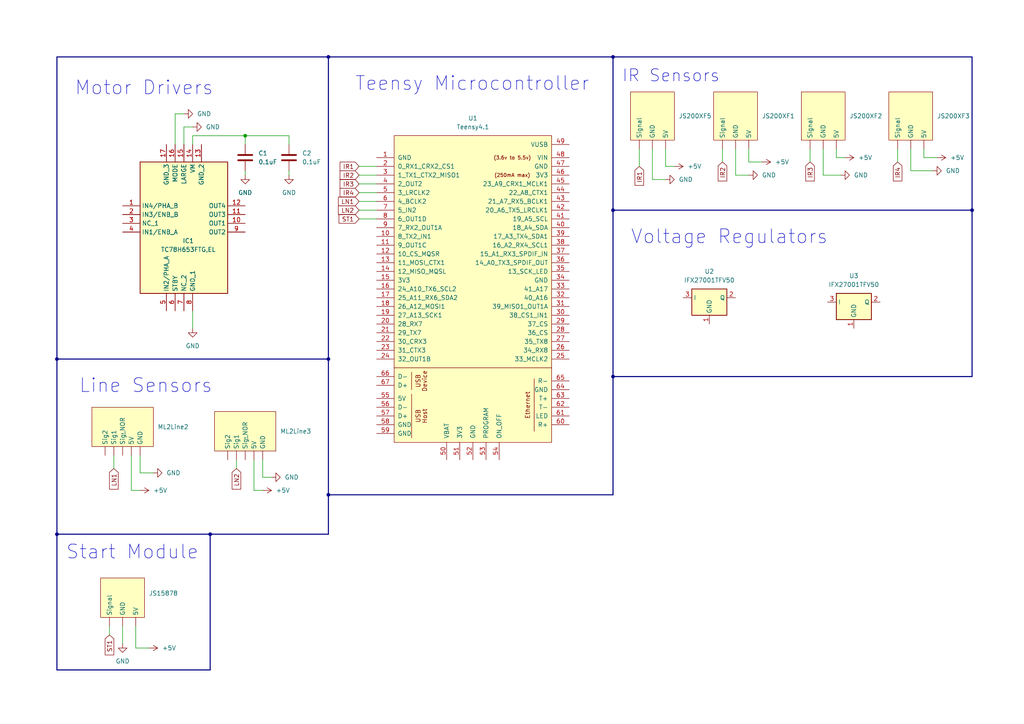
<source format=kicad_sch>
(kicad_sch (version 20230121) (generator eeschema)
  (paper "A4")
  (lib_symbols
    (symbol "Device:C" (pin_numbers hide) (pin_names (offset 0.254))
      (property "Reference" "C" (at 0.635 2.54 0))
      (property "Value" "C" (at 0.635 -2.54 0))
      (symbol "C_0_1"
        (polyline (pts (xy -2.032 -0.762) (xy 2.032 -0.762)) (stroke (width 0.508)))
        (polyline (pts (xy -2.032 0.762) (xy 2.032 0.762)) (stroke (width 0.508)))
      )
      (symbol "C_1_1"
        (pin passive line (at 0 3.81 270) (length 2.794) (name "~") (number "1"))
        (pin passive line (at 0 -3.81 90) (length 2.794) (name "~") (number "2"))
      )
    )
    (symbol "JS200XF_1"
      (property "Reference" "JS200XF3" (at 7.62 -0.635 0))
      (symbol "JS200XF_1_1_1"
        (rectangle (start -6.35 6.35) (end 6.35 -7.62) (fill (type background)))
        (pin input line (at 3.81 -10.16 90) (length 2.54) (name "5V") (number ""))
        (pin input line (at 0 -10.16 90) (length 2.54) (name "GND") (number ""))
        (pin input line (at -3.81 -10.16 90) (length 2.54) (name "Signal") (number ""))
      )
    )
    (symbol "JS200XF_2"
      (property "Reference" "JS200XF5" (at 7.62 -0.635 0))
      (symbol "JS200XF_2_1_1"
        (rectangle (start -6.35 6.35) (end 6.35 -7.62) (fill (type background)))
        (pin input line (at 3.81 -10.16 90) (length 2.54) (name "5V") (number ""))
        (pin input line (at 0 -10.16 90) (length 2.54) (name "GND") (number ""))
        (pin input line (at -3.81 -10.16 90) (length 2.54) (name "Signal") (number ""))
      )
    )
    (symbol "JS200XF_3"
      (property "Reference" "JS200XF1" (at 7.62 -0.635 0))
      (symbol "JS200XF_3_1_1"
        (rectangle (start -6.35 6.35) (end 6.35 -7.62) (fill (type background)))
        (pin input line (at 3.81 -10.16 90) (length 2.54) (name "5V") (number ""))
        (pin input line (at 0 -10.16 90) (length 2.54) (name "GND") (number ""))
        (pin input line (at -3.81 -10.16 90) (length 2.54) (name "Signal") (number ""))
      )
    )
    (symbol "JS200XF_4"
      (property "Reference" "JS200XF2" (at 7.62 -0.635 0))
      (symbol "JS200XF_4_1_1"
        (rectangle (start -6.35 6.35) (end 6.35 -7.62) (fill (type background)))
        (pin input line (at 3.81 -10.16 90) (length 2.54) (name "5V") (number ""))
        (pin input line (at 0 -10.16 90) (length 2.54) (name "GND") (number ""))
        (pin input line (at -3.81 -10.16 90) (length 2.54) (name "Signal") (number ""))
      )
    )
    (symbol "ML2_Line_1"
      (property "Reference" "ML2Line3" (at 10.16 1.905 0))
      (property "Value" "~" (at 0 0 0))
      (symbol "ML2_Line_1_1_1"
        (rectangle (start -8.89 7.62) (end 8.89 -3.81) (fill (type background)))
        (pin input line (at 2.54 -6.35 90) (length 2.54) (name "5V") (number ""))
        (pin input line (at 5.08 -6.35 90) (length 2.54) (name "GND") (number ""))
        (pin input line (at -2.54 -6.35 90) (length 2.54) (name "Sig1") (number ""))
        (pin input line (at -5.08 -6.35 90) (length 2.54) (name "Sig2") (number ""))
        (pin input line (at 0 -6.35 90) (length 2.54) (name "Sig_NOR") (number ""))
      )
    )
    (symbol "Regulator_Linear:IFX27001TFV50"
      (property "Reference" "U" (at 0 6.35 0))
      (property "Value" "IFX27001TFV50" (at 0 3.81 0))
      (symbol "IFX27001TFV50_1_1"
        (rectangle (start -5.08 2.54) (end 5.08 -5.08) (stroke (width 0.254)) (fill (type background)))
        (pin power_in line (at 0 -7.62 90) (length 2.54) (name "GND") (number "1"))
        (pin power_out line (at 7.62 0 180) (length 2.54) (name "Q") (number "2"))
        (pin power_in line (at -7.62 0 0) (length 2.54) (name "I") (number "3"))
      )
    )
    (symbol "Sensor_Distance:ML2_Line"
      (property "Reference" "ML2Line2" (at 10.16 1.905 0))
      (symbol "ML2_Line_1_1"
        (rectangle (start -8.89 7.62) (end 8.89 -3.81) (fill (type background)))
        (pin input line (at 2.54 -6.35 90) (length 2.54) (name "5V") (number ""))
        (pin input line (at 5.08 -6.35 90) (length 2.54) (name "GND") (number ""))
        (pin input line (at -2.54 -6.35 90) (length 2.54) (name "Sig1") (number ""))
        (pin input line (at -5.08 -6.35 90) (length 2.54) (name "Sig2") (number ""))
        (pin input line (at 0 -6.35 90) (length 2.54) (name "Sig_NOR") (number ""))
      )
    )
    (symbol "Start_Module:JS15878"
      (property "Reference" "JS15878" (at 0 0 0))
      (property "Value" "JS15878" (at 0 0 0))
      (symbol "JS15878_1_1"
        (rectangle (start -6.35 -1.27) (end 6.35 -12.7) (fill (type background)))
        (pin input line (at 3.81 -15.24 90) (length 2.54) (name "5V") (number ""))
        (pin input line (at 0 -15.24 90) (length 2.54) (name "GND") (number ""))
        (pin input line (at -3.81 -15.24 90) (length 2.54) (name "Signal") (number ""))
      )
    )
    (symbol "TC78H653FTG_EL:TC78H653FTG,EL"
      (property "Reference" "IC" (at 31.75 17.78 0))
      (property "Value" "TC78H653FTG,EL" (at 31.75 15.24 0))
      (symbol "TC78H653FTG,EL_1_1"
        (rectangle (start 5.08 12.7) (end 30.48 -25.4) (stroke (width 0.254)) (fill (type background)))
        (pin passive line (at 0 0 0) (length 5.08) (name "IN4/PHA_B") (number "1"))
        (pin passive line (at 35.56 -5.08 180) (length 5.08) (name "OUT1") (number "10"))
        (pin passive line (at 35.56 -2.54 180) (length 5.08) (name "OUT3") (number "11"))
        (pin passive line (at 35.56 0 180) (length 5.08) (name "OUT4") (number "12"))
        (pin passive line (at 22.86 17.78 270) (length 5.08) (name "GND_2") (number "13"))
        (pin passive line (at 20.32 17.78 270) (length 5.08) (name "VM") (number "14"))
        (pin passive line (at 17.78 17.78 270) (length 5.08) (name "LARGE") (number "15"))
        (pin passive line (at 15.24 17.78 270) (length 5.08) (name "MODE") (number "16"))
        (pin passive line (at 12.7 17.78 270) (length 5.08) (name "GND_3") (number "17"))
        (pin passive line (at 0 -2.54 0) (length 5.08) (name "IN3/ENB_B") (number "2"))
        (pin passive line (at 0 -5.08 0) (length 5.08) (name "NC_1") (number "3"))
        (pin passive line (at 0 -7.62 0) (length 5.08) (name "IN1/ENB_A") (number "4"))
        (pin passive line (at 12.7 -30.48 90) (length 5.08) (name "IN2/PHA_A") (number "5"))
        (pin passive line (at 15.24 -30.48 90) (length 5.08) (name "STBY") (number "6"))
        (pin passive line (at 17.78 -30.48 90) (length 5.08) (name "NC_2") (number "7"))
        (pin passive line (at 20.32 -30.48 90) (length 5.08) (name "GND_1") (number "8"))
        (pin passive line (at 35.56 -7.62 180) (length 5.08) (name "OUT2") (number "9"))
      )
    )
    (symbol "power:+5V" (power) (pin_names (offset 0))
      (property "Value" "+5V" (at 0 3.556 0))
      (symbol "+5V_0_1"
        (polyline (pts (xy -0.762 1.27) (xy 0 2.54)))
        (polyline (pts (xy 0 0) (xy 0 2.54)))
        (polyline (pts (xy 0 2.54) (xy 0.762 1.27)))
      )
      (symbol "+5V_1_1"
        (pin power_in line (at 0 0 90) (length 0) hide (name "+5V") (number "1"))
      )
    )
    (symbol "power:GND" (power) (pin_names (offset 0))
      (property "Value" "GND" (at 0 -3.81 0))
      (symbol "GND_0_1"
        (polyline (pts (xy 0 0) (xy 0 -1.27) (xy 1.27 -1.27) (xy 0 -2.54) (xy -1.27 -1.27) (xy 0 -1.27)))
      )
      (symbol "GND_1_1"
        (pin power_in line (at 0 0 270) (length 0) hide (name "GND") (number "1"))
      )
    )
    (symbol "teensy:Teensy4.1" (pin_names (offset 1.016))
      (property "Reference" "U1" (at 0 66.04 0))
      (property "Value" "Teensy4.1" (at 0 63.5 0))
      (symbol "Teensy4.1_0_0"
        (polyline (pts (xy -22.86 -6.35) (xy 22.86 -6.35)))
        (polyline (pts (xy -17.78 -26.67) (xy -17.78 -13.97)))
        (polyline (pts (xy -17.78 -7.62) (xy -17.78 -12.7)))
        (polyline (pts (xy 17.78 -9.525) (xy 17.78 -24.765)))
        (text "(250mA max)" (at 11.43 49.53 0) (effects (font (size 1.016 1.016))))
        (text "(3.6v to 5.5v)" (at 11.43 54.61 0) (effects (font (size 1.016 1.016))))
        (text "Device" (at -13.97 -10.16 900) (effects (font (size 1.27 1.27))))
        (text "Ethernet" (at 15.875 -17.145 900) (effects (font (size 1.27 1.27))))
        (text "Host" (at -13.97 -20.32 900) (effects (font (size 1.27 1.27))))
        (text "USB" (at -15.875 -20.32 900) (effects (font (size 1.27 1.27))))
        (text "USB" (at -15.875 -10.16 900) (effects (font (size 1.27 1.27))))
        (pin bidirectional line (at -27.94 31.75 0) (length 5.08) (name "8_TX2_IN1") (number "10"))
        (pin bidirectional line (at -27.94 29.21 0) (length 5.08) (name "9_OUT1C") (number "11"))
        (pin bidirectional line (at -27.94 26.67 0) (length 5.08) (name "10_CS_MQSR") (number "12"))
        (pin bidirectional line (at -27.94 24.13 0) (length 5.08) (name "11_MOSI_CTX1") (number "13"))
        (pin bidirectional line (at -27.94 21.59 0) (length 5.08) (name "12_MISO_MQSL") (number "14"))
        (pin power_in line (at -27.94 19.05 0) (length 5.08) (name "3V3") (number "15"))
        (pin bidirectional line (at -27.94 16.51 0) (length 5.08) (name "24_A10_TX6_SCL2") (number "16"))
        (pin bidirectional line (at -27.94 13.97 0) (length 5.08) (name "25_A11_RX6_SDA2") (number "17"))
        (pin bidirectional line (at -27.94 11.43 0) (length 5.08) (name "26_A12_MOSI1") (number "18"))
        (pin bidirectional line (at -27.94 8.89 0) (length 5.08) (name "27_A13_SCK1") (number "19"))
        (pin bidirectional line (at -27.94 6.35 0) (length 5.08) (name "28_RX7") (number "20"))
        (pin bidirectional line (at -27.94 3.81 0) (length 5.08) (name "29_TX7") (number "21"))
        (pin bidirectional line (at -27.94 1.27 0) (length 5.08) (name "30_CRX3") (number "22"))
        (pin bidirectional line (at -27.94 -1.27 0) (length 5.08) (name "31_CTX3") (number "23"))
        (pin bidirectional line (at -27.94 -3.81 0) (length 5.08) (name "32_OUT1B") (number "24"))
        (pin bidirectional line (at 27.94 -3.81 180) (length 5.08) (name "33_MCLK2") (number "25"))
        (pin bidirectional line (at 27.94 -1.27 180) (length 5.08) (name "34_RX8") (number "26"))
        (pin bidirectional line (at 27.94 1.27 180) (length 5.08) (name "35_TX8") (number "27"))
        (pin bidirectional line (at 27.94 3.81 180) (length 5.08) (name "36_CS") (number "28"))
        (pin bidirectional line (at 27.94 6.35 180) (length 5.08) (name "37_CS") (number "29"))
        (pin bidirectional line (at 27.94 8.89 180) (length 5.08) (name "38_CS1_IN1") (number "30"))
        (pin bidirectional line (at 27.94 11.43 180) (length 5.08) (name "39_MISO1_OUT1A") (number "31"))
        (pin bidirectional line (at 27.94 13.97 180) (length 5.08) (name "40_A16") (number "32"))
        (pin bidirectional line (at 27.94 16.51 180) (length 5.08) (name "41_A17") (number "33"))
        (pin bidirectional line (at 27.94 21.59 180) (length 5.08) (name "13_SCK_LED") (number "35"))
        (pin bidirectional line (at 27.94 24.13 180) (length 5.08) (name "14_A0_TX3_SPDIF_OUT") (number "36"))
        (pin bidirectional line (at 27.94 26.67 180) (length 5.08) (name "15_A1_RX3_SPDIF_IN") (number "37"))
        (pin bidirectional line (at 27.94 29.21 180) (length 5.08) (name "16_A2_RX4_SCL1") (number "38"))
        (pin bidirectional line (at 27.94 31.75 180) (length 5.08) (name "17_A3_TX4_SDA1") (number "39"))
        (pin bidirectional line (at 27.94 34.29 180) (length 5.08) (name "18_A4_SDA") (number "40"))
        (pin bidirectional line (at 27.94 36.83 180) (length 5.08) (name "19_A5_SCL") (number "41"))
        (pin bidirectional line (at 27.94 39.37 180) (length 5.08) (name "20_A6_TX5_LRCLK1") (number "42"))
        (pin bidirectional line (at 27.94 41.91 180) (length 5.08) (name "21_A7_RX5_BCLK1") (number "43"))
        (pin bidirectional line (at 27.94 44.45 180) (length 5.08) (name "22_A8_CTX1") (number "44"))
        (pin bidirectional line (at 27.94 46.99 180) (length 5.08) (name "23_A9_CRX1_MCLK1") (number "45"))
        (pin output line (at 27.94 49.53 180) (length 5.08) (name "3V3") (number "46"))
        (pin output line (at 27.94 52.07 180) (length 5.08) (name "GND") (number "47"))
        (pin power_in line (at 27.94 54.61 180) (length 5.08) (name "VIN") (number "48"))
        (pin power_out line (at 27.94 58.42 180) (length 5.08) (name "VUSB") (number "49"))
        (pin bidirectional line (at -27.94 44.45 0) (length 5.08) (name "3_LRCLK2") (number "5"))
        (pin power_in line (at -7.62 -33.02 90) (length 5.08) (name "VBAT") (number "50"))
        (pin power_in line (at -3.81 -33.02 90) (length 5.08) (name "3V3") (number "51"))
        (pin input line (at 0 -33.02 90) (length 5.08) (name "GND") (number "52"))
        (pin input line (at 3.81 -33.02 90) (length 5.08) (name "PROGRAM") (number "53"))
        (pin input line (at 7.62 -33.02 90) (length 5.08) (name "ON_OFF") (number "54"))
        (pin power_out line (at -27.94 -15.24 0) (length 5.08) (name "5V") (number "55"))
        (pin bidirectional line (at -27.94 -17.78 0) (length 5.08) (name "D-") (number "56"))
        (pin bidirectional line (at -27.94 -20.32 0) (length 5.08) (name "D+") (number "57"))
        (pin power_in line (at -27.94 -22.86 0) (length 5.08) (name "GND") (number "58"))
        (pin power_in line (at -27.94 -25.4 0) (length 5.08) (name "GND") (number "59"))
        (pin bidirectional line (at -27.94 41.91 0) (length 5.08) (name "4_BCLK2") (number "6"))
        (pin bidirectional line (at 27.94 -22.86 180) (length 5.08) (name "R+") (number "60"))
        (pin bidirectional line (at 27.94 -20.32 180) (length 5.08) (name "LED") (number "61"))
        (pin bidirectional line (at 27.94 -17.78 180) (length 5.08) (name "T-") (number "62"))
        (pin bidirectional line (at 27.94 -15.24 180) (length 5.08) (name "T+") (number "63"))
        (pin power_in line (at 27.94 -12.7 180) (length 5.08) (name "GND") (number "64"))
        (pin bidirectional line (at 27.94 -10.16 180) (length 5.08) (name "R-") (number "65"))
        (pin bidirectional line (at -27.94 -8.89 0) (length 5.08) (name "D-") (number "66"))
        (pin bidirectional line (at -27.94 -11.43 0) (length 5.08) (name "D+") (number "67"))
        (pin bidirectional line (at -27.94 39.37 0) (length 5.08) (name "5_IN2") (number "7"))
        (pin bidirectional line (at -27.94 36.83 0) (length 5.08) (name "6_OUT1D") (number "8"))
        (pin bidirectional line (at -27.94 34.29 0) (length 5.08) (name "7_RX2_OUT1A") (number "9"))
      )
      (symbol "Teensy4.1_0_1"
        (rectangle (start -20.32 -1.27) (end -20.32 -1.27))
      )
      (symbol "Teensy4.1_1_1"
        (rectangle (start -22.86 60.96) (end 22.86 -27.94) (fill (type background)))
        (pin power_in line (at -27.94 54.61 0) (length 5.08) (name "GND") (number "1"))
        (pin bidirectional line (at -27.94 52.07 0) (length 5.08) (name "0_RX1_CRX2_CS1") (number "2"))
        (pin bidirectional line (at -27.94 49.53 0) (length 5.08) (name "1_TX1_CTX2_MISO1") (number "3"))
        (pin power_in line (at 27.94 19.05 180) (length 5.08) (name "GND") (number "34"))
        (pin bidirectional line (at -27.94 46.99 0) (length 5.08) (name "2_OUT2") (number "4"))
      )
    )
  )
  (junction (at 60.96 154.94))
  (junction (at 16.51 104.14))
  (junction (at 281.94 60.96))
  (junction (at 16.51 154.94))
  (junction (at 71.12 39.37))
  (junction (at 177.8 60.96))
  (junction (at 177.8 16.51))
  (junction (at 177.8 109.22))
  (junction (at 95.25 143.51))
  (junction (at 95.25 104.14))
  (junction (at 95.25 16.51))
  (bus (pts (xy 95.25 154.94) (xy 95.25 143.51)))
  (wire (pts (xy 40.64 137.16) (xy 44.45 137.16)))
  (bus (pts (xy 16.51 104.14) (xy 16.51 154.94)))
  (bus (pts (xy 95.25 16.51) (xy 177.8 16.51)))
  (wire (pts (xy 83.82 49.53) (xy 83.82 50.8)))
  (wire (pts (xy 104.14 58.42) (xy 109.22 58.42)))
  (wire (pts (xy 53.34 41.91) (xy 53.34 36.83)))
  (wire (pts (xy 189.23 52.07) (xy 193.04 52.07)))
  (wire (pts (xy 217.17 43.18) (xy 217.17 46.99)))
  (bus (pts (xy 60.96 154.94) (xy 60.96 194.31)))
  (wire (pts (xy 189.23 43.18) (xy 189.23 52.07)))
  (wire (pts (xy 33.02 132.08) (xy 33.02 135.89)))
  (wire (pts (xy 73.66 133.35) (xy 73.66 142.24)))
  (wire (pts (xy 242.57 45.72) (xy 245.11 45.72)))
  (bus (pts (xy 281.94 16.51) (xy 177.8 16.51)))
  (bus (pts (xy 281.94 60.96) (xy 281.94 109.22)))
  (wire (pts (xy 104.14 55.88) (xy 109.22 55.88)))
  (bus (pts (xy 177.8 16.51) (xy 177.8 60.96)))
  (bus (pts (xy 95.25 143.51) (xy 95.25 104.14)))
  (wire (pts (xy 193.04 43.18) (xy 193.04 48.26)))
  (wire (pts (xy 104.14 50.8) (xy 109.22 50.8)))
  (wire (pts (xy 242.57 43.18) (xy 242.57 45.72)))
  (bus (pts (xy 95.25 16.51) (xy 95.25 104.14)))
  (wire (pts (xy 260.35 43.18) (xy 260.35 46.99)))
  (wire (pts (xy 55.88 39.37) (xy 71.12 39.37)))
  (bus (pts (xy 16.51 154.94) (xy 16.51 194.31)))
  (wire (pts (xy 234.95 43.18) (xy 234.95 46.99)))
  (wire (pts (xy 238.76 43.18) (xy 238.76 50.8)))
  (bus (pts (xy 16.51 16.51) (xy 16.51 104.14)))
  (wire (pts (xy 50.8 41.91) (xy 50.8 33.02)))
  (wire (pts (xy 193.04 48.26) (xy 195.58 48.26)))
  (wire (pts (xy 209.55 43.18) (xy 209.55 46.99)))
  (wire (pts (xy 68.58 133.35) (xy 68.58 135.89)))
  (bus (pts (xy 95.25 16.51) (xy 16.51 16.51)))
  (wire (pts (xy 104.14 63.5) (xy 109.22 63.5)))
  (bus (pts (xy 177.8 60.96) (xy 281.94 60.96)))
  (bus (pts (xy 16.51 154.94) (xy 60.96 154.94)))
  (wire (pts (xy 264.16 49.53) (xy 270.51 49.53)))
  (bus (pts (xy 16.51 194.31) (xy 60.96 194.31)))
  (bus (pts (xy 177.8 60.96) (xy 177.8 109.22)))
  (wire (pts (xy 39.37 181.61) (xy 39.37 187.96)))
  (wire (pts (xy 71.12 39.37) (xy 71.12 41.91)))
  (bus (pts (xy 60.96 154.94) (xy 95.25 154.94)))
  (wire (pts (xy 213.36 50.8) (xy 217.17 50.8)))
  (wire (pts (xy 53.34 36.83) (xy 55.88 36.83)))
  (wire (pts (xy 40.64 132.08) (xy 40.64 137.16)))
  (wire (pts (xy 104.14 48.26) (xy 109.22 48.26)))
  (bus (pts (xy 177.8 143.51) (xy 95.25 143.51)))
  (wire (pts (xy 38.1 142.24) (xy 40.64 142.24)))
  (wire (pts (xy 31.75 181.61) (xy 31.75 184.15)))
  (wire (pts (xy 55.88 90.17) (xy 55.88 95.25)))
  (wire (pts (xy 83.82 39.37) (xy 83.82 41.91)))
  (wire (pts (xy 185.42 43.18) (xy 185.42 48.26)))
  (wire (pts (xy 267.97 43.18) (xy 267.97 45.72)))
  (bus (pts (xy 177.8 109.22) (xy 177.8 143.51)))
  (wire (pts (xy 213.36 43.18) (xy 213.36 50.8)))
  (wire (pts (xy 35.56 181.61) (xy 35.56 186.69)))
  (wire (pts (xy 55.88 41.91) (xy 55.88 39.37)))
  (bus (pts (xy 281.94 60.96) (xy 281.94 16.51)))
  (wire (pts (xy 71.12 39.37) (xy 83.82 39.37)))
  (wire (pts (xy 73.66 142.24) (xy 76.2 142.24)))
  (wire (pts (xy 264.16 43.18) (xy 264.16 49.53)))
  (bus (pts (xy 16.51 104.14) (xy 95.25 104.14)))
  (wire (pts (xy 104.14 60.96) (xy 109.22 60.96)))
  (wire (pts (xy 104.14 53.34) (xy 109.22 53.34)))
  (wire (pts (xy 267.97 45.72) (xy 271.78 45.72)))
  (wire (pts (xy 76.2 138.43) (xy 78.74 138.43)))
  (wire (pts (xy 217.17 46.99) (xy 220.98 46.99)))
  (wire (pts (xy 50.8 33.02) (xy 53.34 33.02)))
  (bus (pts (xy 177.8 109.22) (xy 281.94 109.22)))
  (wire (pts (xy 39.37 187.96) (xy 43.18 187.96)))
  (wire (pts (xy 76.2 133.35) (xy 76.2 138.43)))
  (wire (pts (xy 38.1 132.08) (xy 38.1 142.24)))
  (wire (pts (xy 71.12 49.53) (xy 71.12 50.8)))
  (wire (pts (xy 238.76 50.8) (xy 243.84 50.8)))
  (text "IR Sensors" (at 180.34 24.13 0) (effects (font (size 3.5 3.5)) (justify left bottom)))
  (text "Voltage Regulators" (at 182.88 71.12 0) (effects (font (size 4 4)) (justify left bottom)))
  (text "Motor Drivers " (at 21.59 27.94 0) (effects (font (size 4 4)) (justify left bottom)))
  (text "Start Module " (at 19.05 162.56 0) (effects (font (size 4 4)) (justify left bottom)))
  (text "Teensy Microcontroller \n" (at 102.87 26.67 0) (effects (font (size 4 4)) (justify left bottom)))
  (text "Line Sensors" (at 22.86 114.3 0) (effects (font (size 4 4)) (justify left bottom)))
  (global_label "ST1" (shape input) (at 104.14 63.5 180) (property "Intersheetrefs" "${INTERSHEET_REFS}" (effects hide)))
  (global_label "IR3" (shape input) (at 104.14 53.34 180) (property "Intersheetrefs" "${INTERSHEET_REFS}" (effects hide)))
  (global_label "IR4" (shape input) (at 260.35 46.99 270) (property "Intersheetrefs" "${INTERSHEET_REFS}" (effects hide)))
  (global_label "ST1" (shape input) (at 31.75 184.15 270) (property "Intersheetrefs" "${INTERSHEET_REFS}" (effects hide)))
  (global_label "LN2" (shape input) (at 104.14 60.96 180) (property "Intersheetrefs" "${INTERSHEET_REFS}" (effects hide)))
  (global_label "IR4" (shape input) (at 104.14 55.88 180) (property "Intersheetrefs" "${INTERSHEET_REFS}" (effects hide)))
  (global_label "IR1" (shape input) (at 185.42 48.26 270) (property "Intersheetrefs" "${INTERSHEET_REFS}" (effects hide)))
  (global_label "LN1" (shape input) (at 33.02 135.89 270) (property "Intersheetrefs" "${INTERSHEET_REFS}" (effects hide)))
  (global_label "LN2" (shape input) (at 68.58 135.89 270) (property "Intersheetrefs" "${INTERSHEET_REFS}" (effects hide)))
  (global_label "IR1" (shape input) (at 104.14 48.26 180) (property "Intersheetrefs" "${INTERSHEET_REFS}" (effects hide)))
  (global_label "IR2" (shape input) (at 104.14 50.8 180) (property "Intersheetrefs" "${INTERSHEET_REFS}" (effects hide)))
  (global_label "LN1" (shape input) (at 104.14 58.42 180) (property "Intersheetrefs" "${INTERSHEET_REFS}" (effects hide)))
  (global_label "IR2" (shape input) (at 209.55 46.99 270) (property "Intersheetrefs" "${INTERSHEET_REFS}" (effects hide)))
  (global_label "IR3" (shape input) (at 234.95 46.99 270) (property "Intersheetrefs" "${INTERSHEET_REFS}" (effects hide)))
  (symbol (lib_id "power:GND") (at 78.74 138.43 90) (unit 1)
    (property "Reference" "#PWR06" (effects hide))
    (property "Value" "GND" (at 82.55 138.43 90) (effects (justify right)))
  )
  (symbol (lib_id "Regulator_Linear:IFX27001TFV50") (at 205.74 86.36 0) (unit 1)
    (property "Reference" "U2" (at 205.74 78.74 0))
    (property "Value" "IFX27001TFV50" (at 205.74 81.28 0))
    (property "Footprint" "Package_TO_SOT_SMD:TO-252-3_TabPin2" (effects hide))
    (property "Datasheet" "https://static6.arrow.com/aropdfconversion/dc75757ae45a88e5f69bdce3f2a651a5fe0ca07d/ifx27001_ds_10.pdf" (effects hide))
  )
  (symbol (lib_id "Sensor_Distance:ML2_Line") (at 35.56 125.73 0) (unit 1)
    (property "Reference" "ML2Line2" (at 45.72 123.825 0) (effects (justify left)))
    (property "Value" "~" (at 35.56 125.73 0))
  )
  (symbol (lib_id "power:+5V") (at 43.18 187.96 270) (unit 1)
    (property "Reference" "#PWR018" (effects hide))
    (property "Value" "+5V" (at 46.99 187.96 90) (effects (justify left)))
  )
  (symbol (lib_id "power:GND") (at 71.12 50.8 0) (unit 1)
    (property "Reference" "#PWR016" (effects hide))
    (property "Value" "GND" (at 71.12 55.88 0))
  )
  (symbol (lib_id "power:GND") (at 270.51 49.53 90) (unit 1)
    (property "Reference" "#PWR010" (effects hide))
    (property "Value" "GND" (at 274.32 49.53 90) (effects (justify right)))
  )
  (symbol (lib_id "Regulator_Linear:IFX27001TFV50") (at 247.65 87.63 0) (unit 1)
    (property "Reference" "U3" (at 247.65 80.01 0))
    (property "Value" "IFX27001TFV50" (at 247.65 82.55 0))
    (property "Footprint" "Package_TO_SOT_SMD:TO-252-3_TabPin2" (effects hide))
    (property "Datasheet" "https://static6.arrow.com/aropdfconversion/dc75757ae45a88e5f69bdce3f2a651a5fe0ca07d/ifx27001_ds_10.pdf" (effects hide))
  )
  (symbol (lib_id "power:GND") (at 55.88 36.83 90) (unit 1)
    (property "Reference" "#PWR02" (effects hide))
    (property "Value" "GND" (at 59.69 36.83 90) (effects (justify right)))
  )
  (symbol (lib_id "power:+5V") (at 245.11 45.72 270) (unit 1)
    (property "Reference" "#PWR013" (effects hide))
    (property "Value" "+5V" (at 248.92 45.72 90) (effects (justify left)))
  )
  (symbol (lib_id "power:GND") (at 83.82 50.8 0) (unit 1)
    (property "Reference" "#PWR017" (effects hide))
    (property "Value" "GND" (at 83.82 55.88 0))
  )
  (symbol (lib_name "JS200XF_1") (lib_id "Sensor_Distance:JS200XF") (at 264.16 33.02 0) (unit 1)
    (property "Reference" "JS200XF3" (at 271.78 33.655 0) (effects (justify left)))
  )
  (symbol (lib_id "power:GND") (at 217.17 50.8 90) (unit 1)
    (property "Reference" "#PWR08" (effects hide))
    (property "Value" "GND" (at 220.98 50.8 90) (effects (justify right)))
  )
  (symbol (lib_id "power:+5V") (at 271.78 45.72 270) (unit 1)
    (property "Reference" "#PWR014" (effects hide))
    (property "Value" "+5V" (at 275.59 45.72 90) (effects (justify left)))
  )
  (symbol (lib_name "JS200XF_4") (lib_id "Sensor_Distance:JS200XF") (at 238.76 33.02 0) (unit 1)
    (property "Reference" "JS200XF2" (at 246.38 33.655 0) (effects (justify left)))
  )
  (symbol (lib_id "power:GND") (at 35.56 186.69 0) (unit 1)
    (property "Reference" "#PWR019" (effects hide))
    (property "Value" "GND" (at 35.56 191.77 0))
  )
  (symbol (lib_id "power:GND") (at 44.45 137.16 90) (unit 1)
    (property "Reference" "#PWR05" (effects hide))
    (property "Value" "GND" (at 48.26 137.16 90) (effects (justify right)))
  )
  (symbol (lib_id "TC78H653FTG_EL:TC78H653FTG,EL") (at 35.56 59.69 0) (unit 1)
    (property "Reference" "IC1" (at 54.61 69.85 0))
    (property "Value" "TC78H653FTG,EL" (at 54.61 72.39 0))
    (property "Footprint" "QFN50P300X300X90-17N" (effects hide))
    (property "Datasheet" "https://toshiba.semicon-storage.com/info/docget.jsp?did=63589&prodName=TC78H653FTG" (effects hide))
    (property "Height" "1.5" (effects hide))
    (property "Mouser Part Number" "757-TC78H653FTGEL" (effects hide))
    (property "Mouser Price/Stock" "https://www.mouser.co.uk/ProductDetail/Toshiba/TC78H653FTGEL?qs=byeeYqUIh0PwJsIPkEQswQ%3D%3D" (effects hide))
    (property "Manufacturer_Name" "Toshiba" (effects hide))
    (property "Manufacturer_Part_Number" "TC78H653FTG,EL" (effects hide))
  )
  (symbol (lib_name "ML2_Line_1") (lib_id "Sensor_Distance:ML2_Line") (at 71.12 127 0) (unit 1)
    (property "Reference" "ML2Line3" (at 81.28 125.095 0) (effects (justify left)))
    (property "Value" "~" (at 71.12 127 0))
  )
  (symbol (lib_id "teensy:Teensy4.1") (at 137.16 100.33 0) (unit 1)
    (property "Reference" "U1" (at 137.16 34.29 0))
    (property "Value" "Teensy4.1" (at 137.16 36.83 0))
  )
  (symbol (lib_id "Device:C") (at 71.12 45.72 0) (unit 1)
    (property "Reference" "C1" (at 74.93 44.45 0) (effects (justify left)))
    (property "Value" "0.1uF" (at 74.93 46.99 0) (effects (justify left)))
  )
  (symbol (lib_id "power:GND") (at 53.34 33.02 90) (unit 1)
    (property "Reference" "#PWR01" (effects hide))
    (property "Value" "GND" (at 57.15 33.02 90) (effects (justify right)))
  )
  (symbol (lib_id "power:GND") (at 55.88 95.25 0) (unit 1)
    (property "Reference" "#PWR015" (effects hide))
    (property "Value" "GND" (at 55.88 100.33 0))
  )
  (symbol (lib_id "power:GND") (at 243.84 50.8 90) (unit 1)
    (property "Reference" "#PWR09" (effects hide))
    (property "Value" "GND" (at 247.65 50.8 90) (effects (justify right)))
  )
  (symbol (lib_id "power:+5V") (at 76.2 142.24 270) (unit 1)
    (property "Reference" "#PWR04" (effects hide))
    (property "Value" "+5V" (at 80.01 142.24 90) (effects (justify left)))
  )
  (symbol (lib_id "power:+5V") (at 220.98 46.99 270) (unit 1)
    (property "Reference" "#PWR012" (effects hide))
    (property "Value" "+5V" (at 224.79 46.99 90) (effects (justify left)))
  )
  (symbol (lib_id "power:+5V") (at 40.64 142.24 270) (unit 1)
    (property "Reference" "#PWR03" (effects hide))
    (property "Value" "+5V" (at 44.45 142.24 90) (effects (justify left)))
  )
  (symbol (lib_name "JS200XF_3") (lib_id "Sensor_Distance:JS200XF") (at 213.36 33.02 0) (unit 1)
    (property "Reference" "JS200XF1" (at 220.98 33.655 0) (effects (justify left)))
  )
  (symbol (lib_id "power:GND") (at 193.04 52.07 90) (unit 1)
    (property "Reference" "#PWR07" (effects hide))
    (property "Value" "GND" (at 196.85 52.07 90) (effects (justify right)))
  )
  (symbol (lib_id "power:+5V") (at 195.58 48.26 270) (unit 1)
    (property "Reference" "#PWR011" (effects hide))
    (property "Value" "+5V" (at 199.39 48.26 90) (effects (justify left)))
  )
  (symbol (lib_id "Device:C") (at 83.82 45.72 0) (unit 1)
    (property "Reference" "C2" (at 87.63 44.45 0) (effects (justify left)))
    (property "Value" "0.1uF" (at 87.63 46.99 0) (effects (justify left)))
  )
  (symbol (lib_id "Start_Module:JS15878") (at 35.56 166.37 0) (unit 1)
    (property "Reference" "JS15878" (at 43.18 172.085 0) (effects (justify left)))
  )
  (symbol (lib_name "JS200XF_2") (lib_id "Sensor_Distance:JS200XF") (at 189.23 33.02 0) (unit 1)
    (property "Reference" "JS200XF5" (at 196.85 33.655 0) (effects (justify left)))
  )
)
</source>
